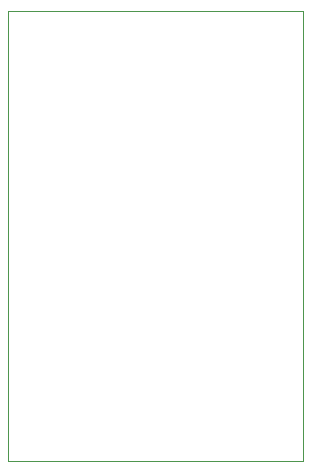
<source format=gbr>
G04 #@! TF.GenerationSoftware,KiCad,Pcbnew,(5.1.6)-1*
G04 #@! TF.CreationDate,2021-02-20T14:32:47+01:00*
G04 #@! TF.ProjectId,IDCbreakout,49444362-7265-4616-9b6f-75742e6b6963,rev?*
G04 #@! TF.SameCoordinates,Original*
G04 #@! TF.FileFunction,Profile,NP*
%FSLAX46Y46*%
G04 Gerber Fmt 4.6, Leading zero omitted, Abs format (unit mm)*
G04 Created by KiCad (PCBNEW (5.1.6)-1) date 2021-02-20 14:32:47*
%MOMM*%
%LPD*%
G01*
G04 APERTURE LIST*
G04 #@! TA.AperFunction,Profile*
%ADD10C,0.100000*%
G04 #@! TD*
G04 APERTURE END LIST*
D10*
X125000000Y-95000000D02*
X125000000Y-133090000D01*
X100000000Y-95000000D02*
X125000000Y-95000000D01*
X100000000Y-114000000D02*
X100000000Y-95000000D01*
X100000000Y-133090000D02*
X100000000Y-114000000D01*
X125000000Y-133090000D02*
X100000000Y-133090000D01*
M02*

</source>
